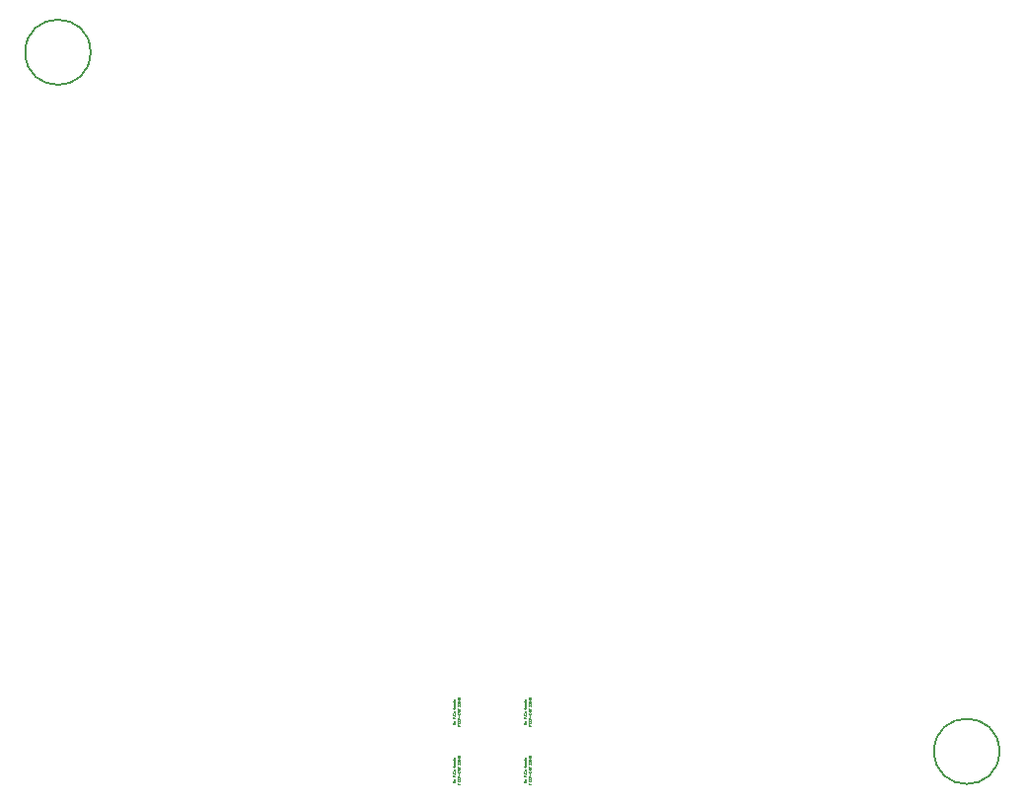
<source format=gbr>
%TF.GenerationSoftware,KiCad,Pcbnew,8.0.6*%
%TF.CreationDate,2024-11-24T17:48:57+01:00*%
%TF.ProjectId,Gaggimate,47616767-696d-4617-9465-2e6b69636164,1.0*%
%TF.SameCoordinates,Original*%
%TF.FileFunction,Other,Comment*%
%FSLAX46Y46*%
G04 Gerber Fmt 4.6, Leading zero omitted, Abs format (unit mm)*
G04 Created by KiCad (PCBNEW 8.0.6) date 2024-11-24 17:48:57*
%MOMM*%
%LPD*%
G01*
G04 APERTURE LIST*
%ADD10C,0.030000*%
%ADD11C,0.150000*%
G04 APERTURE END LIST*
D10*
X205390963Y-87280952D02*
X205190963Y-87280952D01*
X205190963Y-87280952D02*
X205390963Y-87166667D01*
X205390963Y-87166667D02*
X205190963Y-87166667D01*
X205390963Y-87042857D02*
X205381440Y-87061905D01*
X205381440Y-87061905D02*
X205371916Y-87071428D01*
X205371916Y-87071428D02*
X205352868Y-87080952D01*
X205352868Y-87080952D02*
X205295725Y-87080952D01*
X205295725Y-87080952D02*
X205276678Y-87071428D01*
X205276678Y-87071428D02*
X205267154Y-87061905D01*
X205267154Y-87061905D02*
X205257630Y-87042857D01*
X205257630Y-87042857D02*
X205257630Y-87014286D01*
X205257630Y-87014286D02*
X205267154Y-86995238D01*
X205267154Y-86995238D02*
X205276678Y-86985714D01*
X205276678Y-86985714D02*
X205295725Y-86976190D01*
X205295725Y-86976190D02*
X205352868Y-86976190D01*
X205352868Y-86976190D02*
X205371916Y-86985714D01*
X205371916Y-86985714D02*
X205381440Y-86995238D01*
X205381440Y-86995238D02*
X205390963Y-87014286D01*
X205390963Y-87014286D02*
X205390963Y-87042857D01*
X205286201Y-86671429D02*
X205286201Y-86738095D01*
X205390963Y-86738095D02*
X205190963Y-86738095D01*
X205190963Y-86738095D02*
X205190963Y-86642857D01*
X205371916Y-86566666D02*
X205381440Y-86557143D01*
X205381440Y-86557143D02*
X205390963Y-86566666D01*
X205390963Y-86566666D02*
X205381440Y-86576190D01*
X205381440Y-86576190D02*
X205371916Y-86566666D01*
X205371916Y-86566666D02*
X205390963Y-86566666D01*
X205371916Y-86357143D02*
X205381440Y-86366667D01*
X205381440Y-86366667D02*
X205390963Y-86395238D01*
X205390963Y-86395238D02*
X205390963Y-86414286D01*
X205390963Y-86414286D02*
X205381440Y-86442857D01*
X205381440Y-86442857D02*
X205362392Y-86461905D01*
X205362392Y-86461905D02*
X205343344Y-86471428D01*
X205343344Y-86471428D02*
X205305249Y-86480952D01*
X205305249Y-86480952D02*
X205276678Y-86480952D01*
X205276678Y-86480952D02*
X205238582Y-86471428D01*
X205238582Y-86471428D02*
X205219535Y-86461905D01*
X205219535Y-86461905D02*
X205200487Y-86442857D01*
X205200487Y-86442857D02*
X205190963Y-86414286D01*
X205190963Y-86414286D02*
X205190963Y-86395238D01*
X205190963Y-86395238D02*
X205200487Y-86366667D01*
X205200487Y-86366667D02*
X205210011Y-86357143D01*
X205257630Y-86185714D02*
X205390963Y-86185714D01*
X205257630Y-86271428D02*
X205362392Y-86271428D01*
X205362392Y-86271428D02*
X205381440Y-86261905D01*
X205381440Y-86261905D02*
X205390963Y-86242857D01*
X205390963Y-86242857D02*
X205390963Y-86214286D01*
X205390963Y-86214286D02*
X205381440Y-86195238D01*
X205381440Y-86195238D02*
X205371916Y-86185714D01*
X205257630Y-85966667D02*
X205257630Y-85890476D01*
X205190963Y-85938095D02*
X205362392Y-85938095D01*
X205362392Y-85938095D02*
X205381440Y-85928572D01*
X205381440Y-85928572D02*
X205390963Y-85909524D01*
X205390963Y-85909524D02*
X205390963Y-85890476D01*
X205390963Y-85823809D02*
X205257630Y-85823809D01*
X205295725Y-85823809D02*
X205276678Y-85814286D01*
X205276678Y-85814286D02*
X205267154Y-85804762D01*
X205267154Y-85804762D02*
X205257630Y-85785714D01*
X205257630Y-85785714D02*
X205257630Y-85766667D01*
X205390963Y-85614285D02*
X205286201Y-85614285D01*
X205286201Y-85614285D02*
X205267154Y-85623809D01*
X205267154Y-85623809D02*
X205257630Y-85642857D01*
X205257630Y-85642857D02*
X205257630Y-85680952D01*
X205257630Y-85680952D02*
X205267154Y-85699999D01*
X205381440Y-85614285D02*
X205390963Y-85633333D01*
X205390963Y-85633333D02*
X205390963Y-85680952D01*
X205390963Y-85680952D02*
X205381440Y-85699999D01*
X205381440Y-85699999D02*
X205362392Y-85709523D01*
X205362392Y-85709523D02*
X205343344Y-85709523D01*
X205343344Y-85709523D02*
X205324297Y-85699999D01*
X205324297Y-85699999D02*
X205314773Y-85680952D01*
X205314773Y-85680952D02*
X205314773Y-85633333D01*
X205314773Y-85633333D02*
X205305249Y-85614285D01*
X205381440Y-85433333D02*
X205390963Y-85452381D01*
X205390963Y-85452381D02*
X205390963Y-85490476D01*
X205390963Y-85490476D02*
X205381440Y-85509524D01*
X205381440Y-85509524D02*
X205371916Y-85519047D01*
X205371916Y-85519047D02*
X205352868Y-85528571D01*
X205352868Y-85528571D02*
X205295725Y-85528571D01*
X205295725Y-85528571D02*
X205276678Y-85519047D01*
X205276678Y-85519047D02*
X205267154Y-85509524D01*
X205267154Y-85509524D02*
X205257630Y-85490476D01*
X205257630Y-85490476D02*
X205257630Y-85452381D01*
X205257630Y-85452381D02*
X205267154Y-85433333D01*
X205390963Y-85347618D02*
X205190963Y-85347618D01*
X205314773Y-85328571D02*
X205390963Y-85271428D01*
X205257630Y-85271428D02*
X205333820Y-85347618D01*
X205381440Y-85195237D02*
X205390963Y-85176190D01*
X205390963Y-85176190D02*
X205390963Y-85138094D01*
X205390963Y-85138094D02*
X205381440Y-85119047D01*
X205381440Y-85119047D02*
X205362392Y-85109523D01*
X205362392Y-85109523D02*
X205352868Y-85109523D01*
X205352868Y-85109523D02*
X205333820Y-85119047D01*
X205333820Y-85119047D02*
X205324297Y-85138094D01*
X205324297Y-85138094D02*
X205324297Y-85166666D01*
X205324297Y-85166666D02*
X205314773Y-85185713D01*
X205314773Y-85185713D02*
X205295725Y-85195237D01*
X205295725Y-85195237D02*
X205286201Y-85195237D01*
X205286201Y-85195237D02*
X205267154Y-85185713D01*
X205267154Y-85185713D02*
X205257630Y-85166666D01*
X205257630Y-85166666D02*
X205257630Y-85138094D01*
X205257630Y-85138094D02*
X205267154Y-85119047D01*
X205390963Y-92280952D02*
X205190963Y-92280952D01*
X205190963Y-92280952D02*
X205390963Y-92166667D01*
X205390963Y-92166667D02*
X205190963Y-92166667D01*
X205390963Y-92042857D02*
X205381440Y-92061905D01*
X205381440Y-92061905D02*
X205371916Y-92071428D01*
X205371916Y-92071428D02*
X205352868Y-92080952D01*
X205352868Y-92080952D02*
X205295725Y-92080952D01*
X205295725Y-92080952D02*
X205276678Y-92071428D01*
X205276678Y-92071428D02*
X205267154Y-92061905D01*
X205267154Y-92061905D02*
X205257630Y-92042857D01*
X205257630Y-92042857D02*
X205257630Y-92014286D01*
X205257630Y-92014286D02*
X205267154Y-91995238D01*
X205267154Y-91995238D02*
X205276678Y-91985714D01*
X205276678Y-91985714D02*
X205295725Y-91976190D01*
X205295725Y-91976190D02*
X205352868Y-91976190D01*
X205352868Y-91976190D02*
X205371916Y-91985714D01*
X205371916Y-91985714D02*
X205381440Y-91995238D01*
X205381440Y-91995238D02*
X205390963Y-92014286D01*
X205390963Y-92014286D02*
X205390963Y-92042857D01*
X205286201Y-91671429D02*
X205286201Y-91738095D01*
X205390963Y-91738095D02*
X205190963Y-91738095D01*
X205190963Y-91738095D02*
X205190963Y-91642857D01*
X205371916Y-91566666D02*
X205381440Y-91557143D01*
X205381440Y-91557143D02*
X205390963Y-91566666D01*
X205390963Y-91566666D02*
X205381440Y-91576190D01*
X205381440Y-91576190D02*
X205371916Y-91566666D01*
X205371916Y-91566666D02*
X205390963Y-91566666D01*
X205371916Y-91357143D02*
X205381440Y-91366667D01*
X205381440Y-91366667D02*
X205390963Y-91395238D01*
X205390963Y-91395238D02*
X205390963Y-91414286D01*
X205390963Y-91414286D02*
X205381440Y-91442857D01*
X205381440Y-91442857D02*
X205362392Y-91461905D01*
X205362392Y-91461905D02*
X205343344Y-91471428D01*
X205343344Y-91471428D02*
X205305249Y-91480952D01*
X205305249Y-91480952D02*
X205276678Y-91480952D01*
X205276678Y-91480952D02*
X205238582Y-91471428D01*
X205238582Y-91471428D02*
X205219535Y-91461905D01*
X205219535Y-91461905D02*
X205200487Y-91442857D01*
X205200487Y-91442857D02*
X205190963Y-91414286D01*
X205190963Y-91414286D02*
X205190963Y-91395238D01*
X205190963Y-91395238D02*
X205200487Y-91366667D01*
X205200487Y-91366667D02*
X205210011Y-91357143D01*
X205257630Y-91185714D02*
X205390963Y-91185714D01*
X205257630Y-91271428D02*
X205362392Y-91271428D01*
X205362392Y-91271428D02*
X205381440Y-91261905D01*
X205381440Y-91261905D02*
X205390963Y-91242857D01*
X205390963Y-91242857D02*
X205390963Y-91214286D01*
X205390963Y-91214286D02*
X205381440Y-91195238D01*
X205381440Y-91195238D02*
X205371916Y-91185714D01*
X205257630Y-90966667D02*
X205257630Y-90890476D01*
X205190963Y-90938095D02*
X205362392Y-90938095D01*
X205362392Y-90938095D02*
X205381440Y-90928572D01*
X205381440Y-90928572D02*
X205390963Y-90909524D01*
X205390963Y-90909524D02*
X205390963Y-90890476D01*
X205390963Y-90823809D02*
X205257630Y-90823809D01*
X205295725Y-90823809D02*
X205276678Y-90814286D01*
X205276678Y-90814286D02*
X205267154Y-90804762D01*
X205267154Y-90804762D02*
X205257630Y-90785714D01*
X205257630Y-90785714D02*
X205257630Y-90766667D01*
X205390963Y-90614285D02*
X205286201Y-90614285D01*
X205286201Y-90614285D02*
X205267154Y-90623809D01*
X205267154Y-90623809D02*
X205257630Y-90642857D01*
X205257630Y-90642857D02*
X205257630Y-90680952D01*
X205257630Y-90680952D02*
X205267154Y-90699999D01*
X205381440Y-90614285D02*
X205390963Y-90633333D01*
X205390963Y-90633333D02*
X205390963Y-90680952D01*
X205390963Y-90680952D02*
X205381440Y-90699999D01*
X205381440Y-90699999D02*
X205362392Y-90709523D01*
X205362392Y-90709523D02*
X205343344Y-90709523D01*
X205343344Y-90709523D02*
X205324297Y-90699999D01*
X205324297Y-90699999D02*
X205314773Y-90680952D01*
X205314773Y-90680952D02*
X205314773Y-90633333D01*
X205314773Y-90633333D02*
X205305249Y-90614285D01*
X205381440Y-90433333D02*
X205390963Y-90452381D01*
X205390963Y-90452381D02*
X205390963Y-90490476D01*
X205390963Y-90490476D02*
X205381440Y-90509524D01*
X205381440Y-90509524D02*
X205371916Y-90519047D01*
X205371916Y-90519047D02*
X205352868Y-90528571D01*
X205352868Y-90528571D02*
X205295725Y-90528571D01*
X205295725Y-90528571D02*
X205276678Y-90519047D01*
X205276678Y-90519047D02*
X205267154Y-90509524D01*
X205267154Y-90509524D02*
X205257630Y-90490476D01*
X205257630Y-90490476D02*
X205257630Y-90452381D01*
X205257630Y-90452381D02*
X205267154Y-90433333D01*
X205390963Y-90347618D02*
X205190963Y-90347618D01*
X205314773Y-90328571D02*
X205390963Y-90271428D01*
X205257630Y-90271428D02*
X205333820Y-90347618D01*
X205381440Y-90195237D02*
X205390963Y-90176190D01*
X205390963Y-90176190D02*
X205390963Y-90138094D01*
X205390963Y-90138094D02*
X205381440Y-90119047D01*
X205381440Y-90119047D02*
X205362392Y-90109523D01*
X205362392Y-90109523D02*
X205352868Y-90109523D01*
X205352868Y-90109523D02*
X205333820Y-90119047D01*
X205333820Y-90119047D02*
X205324297Y-90138094D01*
X205324297Y-90138094D02*
X205324297Y-90166666D01*
X205324297Y-90166666D02*
X205314773Y-90185713D01*
X205314773Y-90185713D02*
X205295725Y-90195237D01*
X205295725Y-90195237D02*
X205286201Y-90195237D01*
X205286201Y-90195237D02*
X205267154Y-90185713D01*
X205267154Y-90185713D02*
X205257630Y-90166666D01*
X205257630Y-90166666D02*
X205257630Y-90138094D01*
X205257630Y-90138094D02*
X205267154Y-90119047D01*
X205790963Y-87414284D02*
X205590963Y-87414284D01*
X205790963Y-87299999D02*
X205676678Y-87385713D01*
X205590963Y-87299999D02*
X205705249Y-87414284D01*
X205686201Y-87214284D02*
X205686201Y-87147618D01*
X205790963Y-87119046D02*
X205790963Y-87214284D01*
X205790963Y-87214284D02*
X205590963Y-87214284D01*
X205590963Y-87214284D02*
X205590963Y-87119046D01*
X205686201Y-87033332D02*
X205686201Y-86966666D01*
X205790963Y-86938094D02*
X205790963Y-87033332D01*
X205790963Y-87033332D02*
X205590963Y-87033332D01*
X205590963Y-87033332D02*
X205590963Y-86938094D01*
X205790963Y-86852380D02*
X205590963Y-86852380D01*
X205590963Y-86852380D02*
X205590963Y-86776190D01*
X205590963Y-86776190D02*
X205600487Y-86757142D01*
X205600487Y-86757142D02*
X205610011Y-86747619D01*
X205610011Y-86747619D02*
X205629059Y-86738095D01*
X205629059Y-86738095D02*
X205657630Y-86738095D01*
X205657630Y-86738095D02*
X205676678Y-86747619D01*
X205676678Y-86747619D02*
X205686201Y-86757142D01*
X205686201Y-86757142D02*
X205695725Y-86776190D01*
X205695725Y-86776190D02*
X205695725Y-86852380D01*
X205714773Y-86652380D02*
X205714773Y-86500000D01*
X205590963Y-86366666D02*
X205590963Y-86328571D01*
X205590963Y-86328571D02*
X205600487Y-86309523D01*
X205600487Y-86309523D02*
X205619535Y-86290476D01*
X205619535Y-86290476D02*
X205657630Y-86280952D01*
X205657630Y-86280952D02*
X205724297Y-86280952D01*
X205724297Y-86280952D02*
X205762392Y-86290476D01*
X205762392Y-86290476D02*
X205781440Y-86309523D01*
X205781440Y-86309523D02*
X205790963Y-86328571D01*
X205790963Y-86328571D02*
X205790963Y-86366666D01*
X205790963Y-86366666D02*
X205781440Y-86385714D01*
X205781440Y-86385714D02*
X205762392Y-86404761D01*
X205762392Y-86404761D02*
X205724297Y-86414285D01*
X205724297Y-86414285D02*
X205657630Y-86414285D01*
X205657630Y-86414285D02*
X205619535Y-86404761D01*
X205619535Y-86404761D02*
X205600487Y-86385714D01*
X205600487Y-86385714D02*
X205590963Y-86366666D01*
X205590963Y-86195237D02*
X205752868Y-86195237D01*
X205752868Y-86195237D02*
X205771916Y-86185714D01*
X205771916Y-86185714D02*
X205781440Y-86176190D01*
X205781440Y-86176190D02*
X205790963Y-86157142D01*
X205790963Y-86157142D02*
X205790963Y-86119047D01*
X205790963Y-86119047D02*
X205781440Y-86099999D01*
X205781440Y-86099999D02*
X205771916Y-86090476D01*
X205771916Y-86090476D02*
X205752868Y-86080952D01*
X205752868Y-86080952D02*
X205590963Y-86080952D01*
X205590963Y-86014285D02*
X205590963Y-85899999D01*
X205790963Y-85957142D02*
X205590963Y-85957142D01*
X205590963Y-85699999D02*
X205590963Y-85566666D01*
X205590963Y-85566666D02*
X205790963Y-85699999D01*
X205790963Y-85699999D02*
X205790963Y-85566666D01*
X205590963Y-85452380D02*
X205590963Y-85414285D01*
X205590963Y-85414285D02*
X205600487Y-85395237D01*
X205600487Y-85395237D02*
X205619535Y-85376190D01*
X205619535Y-85376190D02*
X205657630Y-85366666D01*
X205657630Y-85366666D02*
X205724297Y-85366666D01*
X205724297Y-85366666D02*
X205762392Y-85376190D01*
X205762392Y-85376190D02*
X205781440Y-85395237D01*
X205781440Y-85395237D02*
X205790963Y-85414285D01*
X205790963Y-85414285D02*
X205790963Y-85452380D01*
X205790963Y-85452380D02*
X205781440Y-85471428D01*
X205781440Y-85471428D02*
X205762392Y-85490475D01*
X205762392Y-85490475D02*
X205724297Y-85499999D01*
X205724297Y-85499999D02*
X205657630Y-85499999D01*
X205657630Y-85499999D02*
X205619535Y-85490475D01*
X205619535Y-85490475D02*
X205600487Y-85471428D01*
X205600487Y-85471428D02*
X205590963Y-85452380D01*
X205790963Y-85280951D02*
X205590963Y-85280951D01*
X205590963Y-85280951D02*
X205790963Y-85166666D01*
X205790963Y-85166666D02*
X205590963Y-85166666D01*
X205686201Y-85071427D02*
X205686201Y-85004761D01*
X205790963Y-84976189D02*
X205790963Y-85071427D01*
X205790963Y-85071427D02*
X205590963Y-85071427D01*
X205590963Y-85071427D02*
X205590963Y-84976189D01*
X205790963Y-92414284D02*
X205590963Y-92414284D01*
X205790963Y-92299999D02*
X205676678Y-92385713D01*
X205590963Y-92299999D02*
X205705249Y-92414284D01*
X205686201Y-92214284D02*
X205686201Y-92147618D01*
X205790963Y-92119046D02*
X205790963Y-92214284D01*
X205790963Y-92214284D02*
X205590963Y-92214284D01*
X205590963Y-92214284D02*
X205590963Y-92119046D01*
X205686201Y-92033332D02*
X205686201Y-91966666D01*
X205790963Y-91938094D02*
X205790963Y-92033332D01*
X205790963Y-92033332D02*
X205590963Y-92033332D01*
X205590963Y-92033332D02*
X205590963Y-91938094D01*
X205790963Y-91852380D02*
X205590963Y-91852380D01*
X205590963Y-91852380D02*
X205590963Y-91776190D01*
X205590963Y-91776190D02*
X205600487Y-91757142D01*
X205600487Y-91757142D02*
X205610011Y-91747619D01*
X205610011Y-91747619D02*
X205629059Y-91738095D01*
X205629059Y-91738095D02*
X205657630Y-91738095D01*
X205657630Y-91738095D02*
X205676678Y-91747619D01*
X205676678Y-91747619D02*
X205686201Y-91757142D01*
X205686201Y-91757142D02*
X205695725Y-91776190D01*
X205695725Y-91776190D02*
X205695725Y-91852380D01*
X205714773Y-91652380D02*
X205714773Y-91500000D01*
X205590963Y-91366666D02*
X205590963Y-91328571D01*
X205590963Y-91328571D02*
X205600487Y-91309523D01*
X205600487Y-91309523D02*
X205619535Y-91290476D01*
X205619535Y-91290476D02*
X205657630Y-91280952D01*
X205657630Y-91280952D02*
X205724297Y-91280952D01*
X205724297Y-91280952D02*
X205762392Y-91290476D01*
X205762392Y-91290476D02*
X205781440Y-91309523D01*
X205781440Y-91309523D02*
X205790963Y-91328571D01*
X205790963Y-91328571D02*
X205790963Y-91366666D01*
X205790963Y-91366666D02*
X205781440Y-91385714D01*
X205781440Y-91385714D02*
X205762392Y-91404761D01*
X205762392Y-91404761D02*
X205724297Y-91414285D01*
X205724297Y-91414285D02*
X205657630Y-91414285D01*
X205657630Y-91414285D02*
X205619535Y-91404761D01*
X205619535Y-91404761D02*
X205600487Y-91385714D01*
X205600487Y-91385714D02*
X205590963Y-91366666D01*
X205590963Y-91195237D02*
X205752868Y-91195237D01*
X205752868Y-91195237D02*
X205771916Y-91185714D01*
X205771916Y-91185714D02*
X205781440Y-91176190D01*
X205781440Y-91176190D02*
X205790963Y-91157142D01*
X205790963Y-91157142D02*
X205790963Y-91119047D01*
X205790963Y-91119047D02*
X205781440Y-91099999D01*
X205781440Y-91099999D02*
X205771916Y-91090476D01*
X205771916Y-91090476D02*
X205752868Y-91080952D01*
X205752868Y-91080952D02*
X205590963Y-91080952D01*
X205590963Y-91014285D02*
X205590963Y-90899999D01*
X205790963Y-90957142D02*
X205590963Y-90957142D01*
X205590963Y-90699999D02*
X205590963Y-90566666D01*
X205590963Y-90566666D02*
X205790963Y-90699999D01*
X205790963Y-90699999D02*
X205790963Y-90566666D01*
X205590963Y-90452380D02*
X205590963Y-90414285D01*
X205590963Y-90414285D02*
X205600487Y-90395237D01*
X205600487Y-90395237D02*
X205619535Y-90376190D01*
X205619535Y-90376190D02*
X205657630Y-90366666D01*
X205657630Y-90366666D02*
X205724297Y-90366666D01*
X205724297Y-90366666D02*
X205762392Y-90376190D01*
X205762392Y-90376190D02*
X205781440Y-90395237D01*
X205781440Y-90395237D02*
X205790963Y-90414285D01*
X205790963Y-90414285D02*
X205790963Y-90452380D01*
X205790963Y-90452380D02*
X205781440Y-90471428D01*
X205781440Y-90471428D02*
X205762392Y-90490475D01*
X205762392Y-90490475D02*
X205724297Y-90499999D01*
X205724297Y-90499999D02*
X205657630Y-90499999D01*
X205657630Y-90499999D02*
X205619535Y-90490475D01*
X205619535Y-90490475D02*
X205600487Y-90471428D01*
X205600487Y-90471428D02*
X205590963Y-90452380D01*
X205790963Y-90280951D02*
X205590963Y-90280951D01*
X205590963Y-90280951D02*
X205790963Y-90166666D01*
X205790963Y-90166666D02*
X205590963Y-90166666D01*
X205686201Y-90071427D02*
X205686201Y-90004761D01*
X205790963Y-89976189D02*
X205790963Y-90071427D01*
X205790963Y-90071427D02*
X205590963Y-90071427D01*
X205590963Y-90071427D02*
X205590963Y-89976189D01*
X199690963Y-92414284D02*
X199490963Y-92414284D01*
X199690963Y-92299999D02*
X199576678Y-92385713D01*
X199490963Y-92299999D02*
X199605249Y-92414284D01*
X199586201Y-92214284D02*
X199586201Y-92147618D01*
X199690963Y-92119046D02*
X199690963Y-92214284D01*
X199690963Y-92214284D02*
X199490963Y-92214284D01*
X199490963Y-92214284D02*
X199490963Y-92119046D01*
X199586201Y-92033332D02*
X199586201Y-91966666D01*
X199690963Y-91938094D02*
X199690963Y-92033332D01*
X199690963Y-92033332D02*
X199490963Y-92033332D01*
X199490963Y-92033332D02*
X199490963Y-91938094D01*
X199690963Y-91852380D02*
X199490963Y-91852380D01*
X199490963Y-91852380D02*
X199490963Y-91776190D01*
X199490963Y-91776190D02*
X199500487Y-91757142D01*
X199500487Y-91757142D02*
X199510011Y-91747619D01*
X199510011Y-91747619D02*
X199529059Y-91738095D01*
X199529059Y-91738095D02*
X199557630Y-91738095D01*
X199557630Y-91738095D02*
X199576678Y-91747619D01*
X199576678Y-91747619D02*
X199586201Y-91757142D01*
X199586201Y-91757142D02*
X199595725Y-91776190D01*
X199595725Y-91776190D02*
X199595725Y-91852380D01*
X199614773Y-91652380D02*
X199614773Y-91500000D01*
X199490963Y-91366666D02*
X199490963Y-91328571D01*
X199490963Y-91328571D02*
X199500487Y-91309523D01*
X199500487Y-91309523D02*
X199519535Y-91290476D01*
X199519535Y-91290476D02*
X199557630Y-91280952D01*
X199557630Y-91280952D02*
X199624297Y-91280952D01*
X199624297Y-91280952D02*
X199662392Y-91290476D01*
X199662392Y-91290476D02*
X199681440Y-91309523D01*
X199681440Y-91309523D02*
X199690963Y-91328571D01*
X199690963Y-91328571D02*
X199690963Y-91366666D01*
X199690963Y-91366666D02*
X199681440Y-91385714D01*
X199681440Y-91385714D02*
X199662392Y-91404761D01*
X199662392Y-91404761D02*
X199624297Y-91414285D01*
X199624297Y-91414285D02*
X199557630Y-91414285D01*
X199557630Y-91414285D02*
X199519535Y-91404761D01*
X199519535Y-91404761D02*
X199500487Y-91385714D01*
X199500487Y-91385714D02*
X199490963Y-91366666D01*
X199490963Y-91195237D02*
X199652868Y-91195237D01*
X199652868Y-91195237D02*
X199671916Y-91185714D01*
X199671916Y-91185714D02*
X199681440Y-91176190D01*
X199681440Y-91176190D02*
X199690963Y-91157142D01*
X199690963Y-91157142D02*
X199690963Y-91119047D01*
X199690963Y-91119047D02*
X199681440Y-91099999D01*
X199681440Y-91099999D02*
X199671916Y-91090476D01*
X199671916Y-91090476D02*
X199652868Y-91080952D01*
X199652868Y-91080952D02*
X199490963Y-91080952D01*
X199490963Y-91014285D02*
X199490963Y-90899999D01*
X199690963Y-90957142D02*
X199490963Y-90957142D01*
X199490963Y-90699999D02*
X199490963Y-90566666D01*
X199490963Y-90566666D02*
X199690963Y-90699999D01*
X199690963Y-90699999D02*
X199690963Y-90566666D01*
X199490963Y-90452380D02*
X199490963Y-90414285D01*
X199490963Y-90414285D02*
X199500487Y-90395237D01*
X199500487Y-90395237D02*
X199519535Y-90376190D01*
X199519535Y-90376190D02*
X199557630Y-90366666D01*
X199557630Y-90366666D02*
X199624297Y-90366666D01*
X199624297Y-90366666D02*
X199662392Y-90376190D01*
X199662392Y-90376190D02*
X199681440Y-90395237D01*
X199681440Y-90395237D02*
X199690963Y-90414285D01*
X199690963Y-90414285D02*
X199690963Y-90452380D01*
X199690963Y-90452380D02*
X199681440Y-90471428D01*
X199681440Y-90471428D02*
X199662392Y-90490475D01*
X199662392Y-90490475D02*
X199624297Y-90499999D01*
X199624297Y-90499999D02*
X199557630Y-90499999D01*
X199557630Y-90499999D02*
X199519535Y-90490475D01*
X199519535Y-90490475D02*
X199500487Y-90471428D01*
X199500487Y-90471428D02*
X199490963Y-90452380D01*
X199690963Y-90280951D02*
X199490963Y-90280951D01*
X199490963Y-90280951D02*
X199690963Y-90166666D01*
X199690963Y-90166666D02*
X199490963Y-90166666D01*
X199586201Y-90071427D02*
X199586201Y-90004761D01*
X199690963Y-89976189D02*
X199690963Y-90071427D01*
X199690963Y-90071427D02*
X199490963Y-90071427D01*
X199490963Y-90071427D02*
X199490963Y-89976189D01*
X199690963Y-87414284D02*
X199490963Y-87414284D01*
X199690963Y-87299999D02*
X199576678Y-87385713D01*
X199490963Y-87299999D02*
X199605249Y-87414284D01*
X199586201Y-87214284D02*
X199586201Y-87147618D01*
X199690963Y-87119046D02*
X199690963Y-87214284D01*
X199690963Y-87214284D02*
X199490963Y-87214284D01*
X199490963Y-87214284D02*
X199490963Y-87119046D01*
X199586201Y-87033332D02*
X199586201Y-86966666D01*
X199690963Y-86938094D02*
X199690963Y-87033332D01*
X199690963Y-87033332D02*
X199490963Y-87033332D01*
X199490963Y-87033332D02*
X199490963Y-86938094D01*
X199690963Y-86852380D02*
X199490963Y-86852380D01*
X199490963Y-86852380D02*
X199490963Y-86776190D01*
X199490963Y-86776190D02*
X199500487Y-86757142D01*
X199500487Y-86757142D02*
X199510011Y-86747619D01*
X199510011Y-86747619D02*
X199529059Y-86738095D01*
X199529059Y-86738095D02*
X199557630Y-86738095D01*
X199557630Y-86738095D02*
X199576678Y-86747619D01*
X199576678Y-86747619D02*
X199586201Y-86757142D01*
X199586201Y-86757142D02*
X199595725Y-86776190D01*
X199595725Y-86776190D02*
X199595725Y-86852380D01*
X199614773Y-86652380D02*
X199614773Y-86500000D01*
X199490963Y-86366666D02*
X199490963Y-86328571D01*
X199490963Y-86328571D02*
X199500487Y-86309523D01*
X199500487Y-86309523D02*
X199519535Y-86290476D01*
X199519535Y-86290476D02*
X199557630Y-86280952D01*
X199557630Y-86280952D02*
X199624297Y-86280952D01*
X199624297Y-86280952D02*
X199662392Y-86290476D01*
X199662392Y-86290476D02*
X199681440Y-86309523D01*
X199681440Y-86309523D02*
X199690963Y-86328571D01*
X199690963Y-86328571D02*
X199690963Y-86366666D01*
X199690963Y-86366666D02*
X199681440Y-86385714D01*
X199681440Y-86385714D02*
X199662392Y-86404761D01*
X199662392Y-86404761D02*
X199624297Y-86414285D01*
X199624297Y-86414285D02*
X199557630Y-86414285D01*
X199557630Y-86414285D02*
X199519535Y-86404761D01*
X199519535Y-86404761D02*
X199500487Y-86385714D01*
X199500487Y-86385714D02*
X199490963Y-86366666D01*
X199490963Y-86195237D02*
X199652868Y-86195237D01*
X199652868Y-86195237D02*
X199671916Y-86185714D01*
X199671916Y-86185714D02*
X199681440Y-86176190D01*
X199681440Y-86176190D02*
X199690963Y-86157142D01*
X199690963Y-86157142D02*
X199690963Y-86119047D01*
X199690963Y-86119047D02*
X199681440Y-86099999D01*
X199681440Y-86099999D02*
X199671916Y-86090476D01*
X199671916Y-86090476D02*
X199652868Y-86080952D01*
X199652868Y-86080952D02*
X199490963Y-86080952D01*
X199490963Y-86014285D02*
X199490963Y-85899999D01*
X199690963Y-85957142D02*
X199490963Y-85957142D01*
X199490963Y-85699999D02*
X199490963Y-85566666D01*
X199490963Y-85566666D02*
X199690963Y-85699999D01*
X199690963Y-85699999D02*
X199690963Y-85566666D01*
X199490963Y-85452380D02*
X199490963Y-85414285D01*
X199490963Y-85414285D02*
X199500487Y-85395237D01*
X199500487Y-85395237D02*
X199519535Y-85376190D01*
X199519535Y-85376190D02*
X199557630Y-85366666D01*
X199557630Y-85366666D02*
X199624297Y-85366666D01*
X199624297Y-85366666D02*
X199662392Y-85376190D01*
X199662392Y-85376190D02*
X199681440Y-85395237D01*
X199681440Y-85395237D02*
X199690963Y-85414285D01*
X199690963Y-85414285D02*
X199690963Y-85452380D01*
X199690963Y-85452380D02*
X199681440Y-85471428D01*
X199681440Y-85471428D02*
X199662392Y-85490475D01*
X199662392Y-85490475D02*
X199624297Y-85499999D01*
X199624297Y-85499999D02*
X199557630Y-85499999D01*
X199557630Y-85499999D02*
X199519535Y-85490475D01*
X199519535Y-85490475D02*
X199500487Y-85471428D01*
X199500487Y-85471428D02*
X199490963Y-85452380D01*
X199690963Y-85280951D02*
X199490963Y-85280951D01*
X199490963Y-85280951D02*
X199690963Y-85166666D01*
X199690963Y-85166666D02*
X199490963Y-85166666D01*
X199586201Y-85071427D02*
X199586201Y-85004761D01*
X199690963Y-84976189D02*
X199690963Y-85071427D01*
X199690963Y-85071427D02*
X199490963Y-85071427D01*
X199490963Y-85071427D02*
X199490963Y-84976189D01*
X199290963Y-92280952D02*
X199090963Y-92280952D01*
X199090963Y-92280952D02*
X199290963Y-92166667D01*
X199290963Y-92166667D02*
X199090963Y-92166667D01*
X199290963Y-92042857D02*
X199281440Y-92061905D01*
X199281440Y-92061905D02*
X199271916Y-92071428D01*
X199271916Y-92071428D02*
X199252868Y-92080952D01*
X199252868Y-92080952D02*
X199195725Y-92080952D01*
X199195725Y-92080952D02*
X199176678Y-92071428D01*
X199176678Y-92071428D02*
X199167154Y-92061905D01*
X199167154Y-92061905D02*
X199157630Y-92042857D01*
X199157630Y-92042857D02*
X199157630Y-92014286D01*
X199157630Y-92014286D02*
X199167154Y-91995238D01*
X199167154Y-91995238D02*
X199176678Y-91985714D01*
X199176678Y-91985714D02*
X199195725Y-91976190D01*
X199195725Y-91976190D02*
X199252868Y-91976190D01*
X199252868Y-91976190D02*
X199271916Y-91985714D01*
X199271916Y-91985714D02*
X199281440Y-91995238D01*
X199281440Y-91995238D02*
X199290963Y-92014286D01*
X199290963Y-92014286D02*
X199290963Y-92042857D01*
X199186201Y-91671429D02*
X199186201Y-91738095D01*
X199290963Y-91738095D02*
X199090963Y-91738095D01*
X199090963Y-91738095D02*
X199090963Y-91642857D01*
X199271916Y-91566666D02*
X199281440Y-91557143D01*
X199281440Y-91557143D02*
X199290963Y-91566666D01*
X199290963Y-91566666D02*
X199281440Y-91576190D01*
X199281440Y-91576190D02*
X199271916Y-91566666D01*
X199271916Y-91566666D02*
X199290963Y-91566666D01*
X199271916Y-91357143D02*
X199281440Y-91366667D01*
X199281440Y-91366667D02*
X199290963Y-91395238D01*
X199290963Y-91395238D02*
X199290963Y-91414286D01*
X199290963Y-91414286D02*
X199281440Y-91442857D01*
X199281440Y-91442857D02*
X199262392Y-91461905D01*
X199262392Y-91461905D02*
X199243344Y-91471428D01*
X199243344Y-91471428D02*
X199205249Y-91480952D01*
X199205249Y-91480952D02*
X199176678Y-91480952D01*
X199176678Y-91480952D02*
X199138582Y-91471428D01*
X199138582Y-91471428D02*
X199119535Y-91461905D01*
X199119535Y-91461905D02*
X199100487Y-91442857D01*
X199100487Y-91442857D02*
X199090963Y-91414286D01*
X199090963Y-91414286D02*
X199090963Y-91395238D01*
X199090963Y-91395238D02*
X199100487Y-91366667D01*
X199100487Y-91366667D02*
X199110011Y-91357143D01*
X199157630Y-91185714D02*
X199290963Y-91185714D01*
X199157630Y-91271428D02*
X199262392Y-91271428D01*
X199262392Y-91271428D02*
X199281440Y-91261905D01*
X199281440Y-91261905D02*
X199290963Y-91242857D01*
X199290963Y-91242857D02*
X199290963Y-91214286D01*
X199290963Y-91214286D02*
X199281440Y-91195238D01*
X199281440Y-91195238D02*
X199271916Y-91185714D01*
X199157630Y-90966667D02*
X199157630Y-90890476D01*
X199090963Y-90938095D02*
X199262392Y-90938095D01*
X199262392Y-90938095D02*
X199281440Y-90928572D01*
X199281440Y-90928572D02*
X199290963Y-90909524D01*
X199290963Y-90909524D02*
X199290963Y-90890476D01*
X199290963Y-90823809D02*
X199157630Y-90823809D01*
X199195725Y-90823809D02*
X199176678Y-90814286D01*
X199176678Y-90814286D02*
X199167154Y-90804762D01*
X199167154Y-90804762D02*
X199157630Y-90785714D01*
X199157630Y-90785714D02*
X199157630Y-90766667D01*
X199290963Y-90614285D02*
X199186201Y-90614285D01*
X199186201Y-90614285D02*
X199167154Y-90623809D01*
X199167154Y-90623809D02*
X199157630Y-90642857D01*
X199157630Y-90642857D02*
X199157630Y-90680952D01*
X199157630Y-90680952D02*
X199167154Y-90699999D01*
X199281440Y-90614285D02*
X199290963Y-90633333D01*
X199290963Y-90633333D02*
X199290963Y-90680952D01*
X199290963Y-90680952D02*
X199281440Y-90699999D01*
X199281440Y-90699999D02*
X199262392Y-90709523D01*
X199262392Y-90709523D02*
X199243344Y-90709523D01*
X199243344Y-90709523D02*
X199224297Y-90699999D01*
X199224297Y-90699999D02*
X199214773Y-90680952D01*
X199214773Y-90680952D02*
X199214773Y-90633333D01*
X199214773Y-90633333D02*
X199205249Y-90614285D01*
X199281440Y-90433333D02*
X199290963Y-90452381D01*
X199290963Y-90452381D02*
X199290963Y-90490476D01*
X199290963Y-90490476D02*
X199281440Y-90509524D01*
X199281440Y-90509524D02*
X199271916Y-90519047D01*
X199271916Y-90519047D02*
X199252868Y-90528571D01*
X199252868Y-90528571D02*
X199195725Y-90528571D01*
X199195725Y-90528571D02*
X199176678Y-90519047D01*
X199176678Y-90519047D02*
X199167154Y-90509524D01*
X199167154Y-90509524D02*
X199157630Y-90490476D01*
X199157630Y-90490476D02*
X199157630Y-90452381D01*
X199157630Y-90452381D02*
X199167154Y-90433333D01*
X199290963Y-90347618D02*
X199090963Y-90347618D01*
X199214773Y-90328571D02*
X199290963Y-90271428D01*
X199157630Y-90271428D02*
X199233820Y-90347618D01*
X199281440Y-90195237D02*
X199290963Y-90176190D01*
X199290963Y-90176190D02*
X199290963Y-90138094D01*
X199290963Y-90138094D02*
X199281440Y-90119047D01*
X199281440Y-90119047D02*
X199262392Y-90109523D01*
X199262392Y-90109523D02*
X199252868Y-90109523D01*
X199252868Y-90109523D02*
X199233820Y-90119047D01*
X199233820Y-90119047D02*
X199224297Y-90138094D01*
X199224297Y-90138094D02*
X199224297Y-90166666D01*
X199224297Y-90166666D02*
X199214773Y-90185713D01*
X199214773Y-90185713D02*
X199195725Y-90195237D01*
X199195725Y-90195237D02*
X199186201Y-90195237D01*
X199186201Y-90195237D02*
X199167154Y-90185713D01*
X199167154Y-90185713D02*
X199157630Y-90166666D01*
X199157630Y-90166666D02*
X199157630Y-90138094D01*
X199157630Y-90138094D02*
X199167154Y-90119047D01*
X199290963Y-87280952D02*
X199090963Y-87280952D01*
X199090963Y-87280952D02*
X199290963Y-87166667D01*
X199290963Y-87166667D02*
X199090963Y-87166667D01*
X199290963Y-87042857D02*
X199281440Y-87061905D01*
X199281440Y-87061905D02*
X199271916Y-87071428D01*
X199271916Y-87071428D02*
X199252868Y-87080952D01*
X199252868Y-87080952D02*
X199195725Y-87080952D01*
X199195725Y-87080952D02*
X199176678Y-87071428D01*
X199176678Y-87071428D02*
X199167154Y-87061905D01*
X199167154Y-87061905D02*
X199157630Y-87042857D01*
X199157630Y-87042857D02*
X199157630Y-87014286D01*
X199157630Y-87014286D02*
X199167154Y-86995238D01*
X199167154Y-86995238D02*
X199176678Y-86985714D01*
X199176678Y-86985714D02*
X199195725Y-86976190D01*
X199195725Y-86976190D02*
X199252868Y-86976190D01*
X199252868Y-86976190D02*
X199271916Y-86985714D01*
X199271916Y-86985714D02*
X199281440Y-86995238D01*
X199281440Y-86995238D02*
X199290963Y-87014286D01*
X199290963Y-87014286D02*
X199290963Y-87042857D01*
X199186201Y-86671429D02*
X199186201Y-86738095D01*
X199290963Y-86738095D02*
X199090963Y-86738095D01*
X199090963Y-86738095D02*
X199090963Y-86642857D01*
X199271916Y-86566666D02*
X199281440Y-86557143D01*
X199281440Y-86557143D02*
X199290963Y-86566666D01*
X199290963Y-86566666D02*
X199281440Y-86576190D01*
X199281440Y-86576190D02*
X199271916Y-86566666D01*
X199271916Y-86566666D02*
X199290963Y-86566666D01*
X199271916Y-86357143D02*
X199281440Y-86366667D01*
X199281440Y-86366667D02*
X199290963Y-86395238D01*
X199290963Y-86395238D02*
X199290963Y-86414286D01*
X199290963Y-86414286D02*
X199281440Y-86442857D01*
X199281440Y-86442857D02*
X199262392Y-86461905D01*
X199262392Y-86461905D02*
X199243344Y-86471428D01*
X199243344Y-86471428D02*
X199205249Y-86480952D01*
X199205249Y-86480952D02*
X199176678Y-86480952D01*
X199176678Y-86480952D02*
X199138582Y-86471428D01*
X199138582Y-86471428D02*
X199119535Y-86461905D01*
X199119535Y-86461905D02*
X199100487Y-86442857D01*
X199100487Y-86442857D02*
X199090963Y-86414286D01*
X199090963Y-86414286D02*
X199090963Y-86395238D01*
X199090963Y-86395238D02*
X199100487Y-86366667D01*
X199100487Y-86366667D02*
X199110011Y-86357143D01*
X199157630Y-86185714D02*
X199290963Y-86185714D01*
X199157630Y-86271428D02*
X199262392Y-86271428D01*
X199262392Y-86271428D02*
X199281440Y-86261905D01*
X199281440Y-86261905D02*
X199290963Y-86242857D01*
X199290963Y-86242857D02*
X199290963Y-86214286D01*
X199290963Y-86214286D02*
X199281440Y-86195238D01*
X199281440Y-86195238D02*
X199271916Y-86185714D01*
X199157630Y-85966667D02*
X199157630Y-85890476D01*
X199090963Y-85938095D02*
X199262392Y-85938095D01*
X199262392Y-85938095D02*
X199281440Y-85928572D01*
X199281440Y-85928572D02*
X199290963Y-85909524D01*
X199290963Y-85909524D02*
X199290963Y-85890476D01*
X199290963Y-85823809D02*
X199157630Y-85823809D01*
X199195725Y-85823809D02*
X199176678Y-85814286D01*
X199176678Y-85814286D02*
X199167154Y-85804762D01*
X199167154Y-85804762D02*
X199157630Y-85785714D01*
X199157630Y-85785714D02*
X199157630Y-85766667D01*
X199290963Y-85614285D02*
X199186201Y-85614285D01*
X199186201Y-85614285D02*
X199167154Y-85623809D01*
X199167154Y-85623809D02*
X199157630Y-85642857D01*
X199157630Y-85642857D02*
X199157630Y-85680952D01*
X199157630Y-85680952D02*
X199167154Y-85699999D01*
X199281440Y-85614285D02*
X199290963Y-85633333D01*
X199290963Y-85633333D02*
X199290963Y-85680952D01*
X199290963Y-85680952D02*
X199281440Y-85699999D01*
X199281440Y-85699999D02*
X199262392Y-85709523D01*
X199262392Y-85709523D02*
X199243344Y-85709523D01*
X199243344Y-85709523D02*
X199224297Y-85699999D01*
X199224297Y-85699999D02*
X199214773Y-85680952D01*
X199214773Y-85680952D02*
X199214773Y-85633333D01*
X199214773Y-85633333D02*
X199205249Y-85614285D01*
X199281440Y-85433333D02*
X199290963Y-85452381D01*
X199290963Y-85452381D02*
X199290963Y-85490476D01*
X199290963Y-85490476D02*
X199281440Y-85509524D01*
X199281440Y-85509524D02*
X199271916Y-85519047D01*
X199271916Y-85519047D02*
X199252868Y-85528571D01*
X199252868Y-85528571D02*
X199195725Y-85528571D01*
X199195725Y-85528571D02*
X199176678Y-85519047D01*
X199176678Y-85519047D02*
X199167154Y-85509524D01*
X199167154Y-85509524D02*
X199157630Y-85490476D01*
X199157630Y-85490476D02*
X199157630Y-85452381D01*
X199157630Y-85452381D02*
X199167154Y-85433333D01*
X199290963Y-85347618D02*
X199090963Y-85347618D01*
X199214773Y-85328571D02*
X199290963Y-85271428D01*
X199157630Y-85271428D02*
X199233820Y-85347618D01*
X199281440Y-85195237D02*
X199290963Y-85176190D01*
X199290963Y-85176190D02*
X199290963Y-85138094D01*
X199290963Y-85138094D02*
X199281440Y-85119047D01*
X199281440Y-85119047D02*
X199262392Y-85109523D01*
X199262392Y-85109523D02*
X199252868Y-85109523D01*
X199252868Y-85109523D02*
X199233820Y-85119047D01*
X199233820Y-85119047D02*
X199224297Y-85138094D01*
X199224297Y-85138094D02*
X199224297Y-85166666D01*
X199224297Y-85166666D02*
X199214773Y-85185713D01*
X199214773Y-85185713D02*
X199195725Y-85195237D01*
X199195725Y-85195237D02*
X199186201Y-85195237D01*
X199186201Y-85195237D02*
X199167154Y-85185713D01*
X199167154Y-85185713D02*
X199157630Y-85166666D01*
X199157630Y-85166666D02*
X199157630Y-85138094D01*
X199157630Y-85138094D02*
X199167154Y-85119047D01*
D11*
%TO.C,H1*%
X168000000Y-29600000D02*
G75*
G02*
X162400000Y-29600000I-2800000J0D01*
G01*
X162400000Y-29600000D02*
G75*
G02*
X168000000Y-29600000I2800000J0D01*
G01*
X246000000Y-89600000D02*
G75*
G02*
X240400000Y-89600000I-2800000J0D01*
G01*
X240400000Y-89600000D02*
G75*
G02*
X246000000Y-89600000I2800000J0D01*
G01*
%TD*%
M02*

</source>
